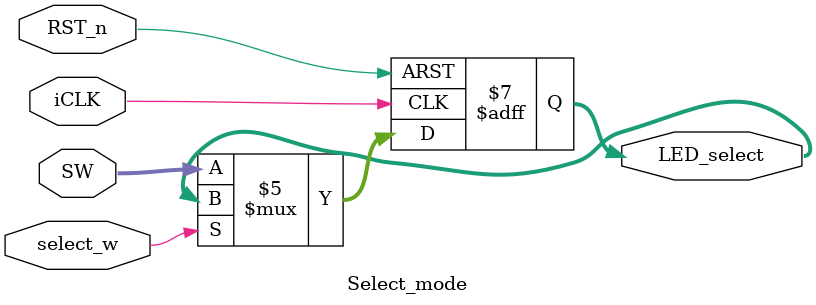
<source format=v>
module Select_mode(
						input iCLK,RST_n,
						input select_w,
						input [2:0] SW,
						output reg [2:0] LED_select
						);
					
						
always@(posedge iCLK or negedge RST_n)
begin
	if(!RST_n)
		begin
			LED_select <= 4'd0;
		end
	else
		begin
			if(!select_w)
				LED_select <= SW;
			else
				LED_select <= LED_select;
		end	
end		
						
endmodule

</source>
